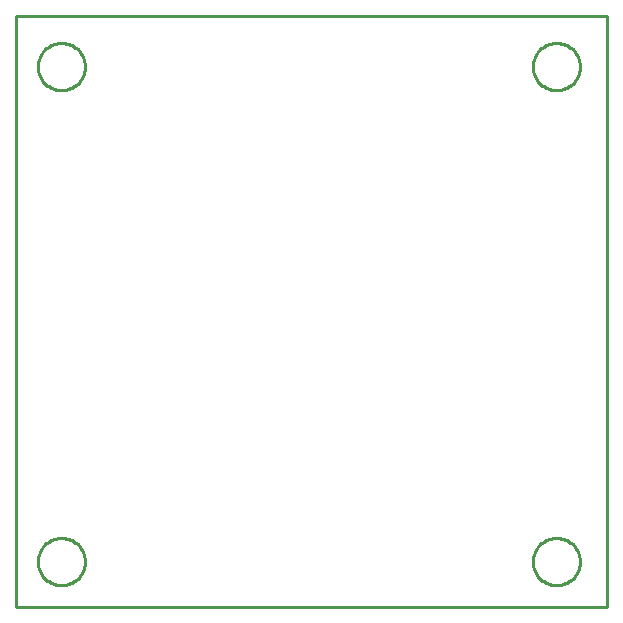
<source format=gbr>
G04 EAGLE Gerber X2 export*
%TF.Part,Single*%
%TF.FileFunction,Profile,NP*%
%TF.FilePolarity,Positive*%
%TF.GenerationSoftware,Autodesk,EAGLE,8.6.3*%
%TF.CreationDate,2019-07-23T16:48:33Z*%
G75*
%MOMM*%
%FSLAX34Y34*%
%LPD*%
%AMOC8*
5,1,8,0,0,1.08239X$1,22.5*%
G01*
%ADD10C,0.254000*%


D10*
X0Y0D02*
X500000Y0D01*
X500000Y500000D01*
X0Y500000D01*
X0Y0D01*
X58100Y456596D02*
X58027Y455389D01*
X57881Y454189D01*
X57663Y453000D01*
X57374Y451827D01*
X57015Y450673D01*
X56586Y449543D01*
X56090Y448441D01*
X55528Y447370D01*
X54903Y446336D01*
X54216Y445341D01*
X53471Y444390D01*
X52669Y443485D01*
X51815Y442631D01*
X50910Y441829D01*
X49959Y441084D01*
X48964Y440397D01*
X47930Y439772D01*
X46859Y439210D01*
X45757Y438714D01*
X44627Y438285D01*
X43473Y437926D01*
X42300Y437637D01*
X41111Y437419D01*
X39911Y437273D01*
X38704Y437200D01*
X37496Y437200D01*
X36289Y437273D01*
X35089Y437419D01*
X33900Y437637D01*
X32727Y437926D01*
X31573Y438285D01*
X30443Y438714D01*
X29341Y439210D01*
X28270Y439772D01*
X27236Y440397D01*
X26241Y441084D01*
X25290Y441829D01*
X24385Y442631D01*
X23531Y443485D01*
X22729Y444390D01*
X21984Y445341D01*
X21297Y446336D01*
X20672Y447370D01*
X20110Y448441D01*
X19614Y449543D01*
X19185Y450673D01*
X18826Y451827D01*
X18537Y453000D01*
X18319Y454189D01*
X18173Y455389D01*
X18100Y456596D01*
X18100Y457804D01*
X18173Y459011D01*
X18319Y460211D01*
X18537Y461400D01*
X18826Y462573D01*
X19185Y463727D01*
X19614Y464857D01*
X20110Y465959D01*
X20672Y467030D01*
X21297Y468064D01*
X21984Y469059D01*
X22729Y470010D01*
X23531Y470915D01*
X24385Y471769D01*
X25290Y472571D01*
X26241Y473316D01*
X27236Y474003D01*
X28270Y474628D01*
X29341Y475190D01*
X30443Y475686D01*
X31573Y476115D01*
X32727Y476474D01*
X33900Y476763D01*
X35089Y476981D01*
X36289Y477127D01*
X37496Y477200D01*
X38704Y477200D01*
X39911Y477127D01*
X41111Y476981D01*
X42300Y476763D01*
X43473Y476474D01*
X44627Y476115D01*
X45757Y475686D01*
X46859Y475190D01*
X47930Y474628D01*
X48964Y474003D01*
X49959Y473316D01*
X50910Y472571D01*
X51815Y471769D01*
X52669Y470915D01*
X53471Y470010D01*
X54216Y469059D01*
X54903Y468064D01*
X55528Y467030D01*
X56090Y465959D01*
X56586Y464857D01*
X57015Y463727D01*
X57374Y462573D01*
X57663Y461400D01*
X57881Y460211D01*
X58027Y459011D01*
X58100Y457804D01*
X58100Y456596D01*
X477200Y456596D02*
X477127Y455389D01*
X476981Y454189D01*
X476763Y453000D01*
X476474Y451827D01*
X476115Y450673D01*
X475686Y449543D01*
X475190Y448441D01*
X474628Y447370D01*
X474003Y446336D01*
X473316Y445341D01*
X472571Y444390D01*
X471769Y443485D01*
X470915Y442631D01*
X470010Y441829D01*
X469059Y441084D01*
X468064Y440397D01*
X467030Y439772D01*
X465959Y439210D01*
X464857Y438714D01*
X463727Y438285D01*
X462573Y437926D01*
X461400Y437637D01*
X460211Y437419D01*
X459011Y437273D01*
X457804Y437200D01*
X456596Y437200D01*
X455389Y437273D01*
X454189Y437419D01*
X453000Y437637D01*
X451827Y437926D01*
X450673Y438285D01*
X449543Y438714D01*
X448441Y439210D01*
X447370Y439772D01*
X446336Y440397D01*
X445341Y441084D01*
X444390Y441829D01*
X443485Y442631D01*
X442631Y443485D01*
X441829Y444390D01*
X441084Y445341D01*
X440397Y446336D01*
X439772Y447370D01*
X439210Y448441D01*
X438714Y449543D01*
X438285Y450673D01*
X437926Y451827D01*
X437637Y453000D01*
X437419Y454189D01*
X437273Y455389D01*
X437200Y456596D01*
X437200Y457804D01*
X437273Y459011D01*
X437419Y460211D01*
X437637Y461400D01*
X437926Y462573D01*
X438285Y463727D01*
X438714Y464857D01*
X439210Y465959D01*
X439772Y467030D01*
X440397Y468064D01*
X441084Y469059D01*
X441829Y470010D01*
X442631Y470915D01*
X443485Y471769D01*
X444390Y472571D01*
X445341Y473316D01*
X446336Y474003D01*
X447370Y474628D01*
X448441Y475190D01*
X449543Y475686D01*
X450673Y476115D01*
X451827Y476474D01*
X453000Y476763D01*
X454189Y476981D01*
X455389Y477127D01*
X456596Y477200D01*
X457804Y477200D01*
X459011Y477127D01*
X460211Y476981D01*
X461400Y476763D01*
X462573Y476474D01*
X463727Y476115D01*
X464857Y475686D01*
X465959Y475190D01*
X467030Y474628D01*
X468064Y474003D01*
X469059Y473316D01*
X470010Y472571D01*
X470915Y471769D01*
X471769Y470915D01*
X472571Y470010D01*
X473316Y469059D01*
X474003Y468064D01*
X474628Y467030D01*
X475190Y465959D01*
X475686Y464857D01*
X476115Y463727D01*
X476474Y462573D01*
X476763Y461400D01*
X476981Y460211D01*
X477127Y459011D01*
X477200Y457804D01*
X477200Y456596D01*
X58100Y37496D02*
X58027Y36289D01*
X57881Y35089D01*
X57663Y33900D01*
X57374Y32727D01*
X57015Y31573D01*
X56586Y30443D01*
X56090Y29341D01*
X55528Y28270D01*
X54903Y27236D01*
X54216Y26241D01*
X53471Y25290D01*
X52669Y24385D01*
X51815Y23531D01*
X50910Y22729D01*
X49959Y21984D01*
X48964Y21297D01*
X47930Y20672D01*
X46859Y20110D01*
X45757Y19614D01*
X44627Y19185D01*
X43473Y18826D01*
X42300Y18537D01*
X41111Y18319D01*
X39911Y18173D01*
X38704Y18100D01*
X37496Y18100D01*
X36289Y18173D01*
X35089Y18319D01*
X33900Y18537D01*
X32727Y18826D01*
X31573Y19185D01*
X30443Y19614D01*
X29341Y20110D01*
X28270Y20672D01*
X27236Y21297D01*
X26241Y21984D01*
X25290Y22729D01*
X24385Y23531D01*
X23531Y24385D01*
X22729Y25290D01*
X21984Y26241D01*
X21297Y27236D01*
X20672Y28270D01*
X20110Y29341D01*
X19614Y30443D01*
X19185Y31573D01*
X18826Y32727D01*
X18537Y33900D01*
X18319Y35089D01*
X18173Y36289D01*
X18100Y37496D01*
X18100Y38704D01*
X18173Y39911D01*
X18319Y41111D01*
X18537Y42300D01*
X18826Y43473D01*
X19185Y44627D01*
X19614Y45757D01*
X20110Y46859D01*
X20672Y47930D01*
X21297Y48964D01*
X21984Y49959D01*
X22729Y50910D01*
X23531Y51815D01*
X24385Y52669D01*
X25290Y53471D01*
X26241Y54216D01*
X27236Y54903D01*
X28270Y55528D01*
X29341Y56090D01*
X30443Y56586D01*
X31573Y57015D01*
X32727Y57374D01*
X33900Y57663D01*
X35089Y57881D01*
X36289Y58027D01*
X37496Y58100D01*
X38704Y58100D01*
X39911Y58027D01*
X41111Y57881D01*
X42300Y57663D01*
X43473Y57374D01*
X44627Y57015D01*
X45757Y56586D01*
X46859Y56090D01*
X47930Y55528D01*
X48964Y54903D01*
X49959Y54216D01*
X50910Y53471D01*
X51815Y52669D01*
X52669Y51815D01*
X53471Y50910D01*
X54216Y49959D01*
X54903Y48964D01*
X55528Y47930D01*
X56090Y46859D01*
X56586Y45757D01*
X57015Y44627D01*
X57374Y43473D01*
X57663Y42300D01*
X57881Y41111D01*
X58027Y39911D01*
X58100Y38704D01*
X58100Y37496D01*
X477200Y37496D02*
X477127Y36289D01*
X476981Y35089D01*
X476763Y33900D01*
X476474Y32727D01*
X476115Y31573D01*
X475686Y30443D01*
X475190Y29341D01*
X474628Y28270D01*
X474003Y27236D01*
X473316Y26241D01*
X472571Y25290D01*
X471769Y24385D01*
X470915Y23531D01*
X470010Y22729D01*
X469059Y21984D01*
X468064Y21297D01*
X467030Y20672D01*
X465959Y20110D01*
X464857Y19614D01*
X463727Y19185D01*
X462573Y18826D01*
X461400Y18537D01*
X460211Y18319D01*
X459011Y18173D01*
X457804Y18100D01*
X456596Y18100D01*
X455389Y18173D01*
X454189Y18319D01*
X453000Y18537D01*
X451827Y18826D01*
X450673Y19185D01*
X449543Y19614D01*
X448441Y20110D01*
X447370Y20672D01*
X446336Y21297D01*
X445341Y21984D01*
X444390Y22729D01*
X443485Y23531D01*
X442631Y24385D01*
X441829Y25290D01*
X441084Y26241D01*
X440397Y27236D01*
X439772Y28270D01*
X439210Y29341D01*
X438714Y30443D01*
X438285Y31573D01*
X437926Y32727D01*
X437637Y33900D01*
X437419Y35089D01*
X437273Y36289D01*
X437200Y37496D01*
X437200Y38704D01*
X437273Y39911D01*
X437419Y41111D01*
X437637Y42300D01*
X437926Y43473D01*
X438285Y44627D01*
X438714Y45757D01*
X439210Y46859D01*
X439772Y47930D01*
X440397Y48964D01*
X441084Y49959D01*
X441829Y50910D01*
X442631Y51815D01*
X443485Y52669D01*
X444390Y53471D01*
X445341Y54216D01*
X446336Y54903D01*
X447370Y55528D01*
X448441Y56090D01*
X449543Y56586D01*
X450673Y57015D01*
X451827Y57374D01*
X453000Y57663D01*
X454189Y57881D01*
X455389Y58027D01*
X456596Y58100D01*
X457804Y58100D01*
X459011Y58027D01*
X460211Y57881D01*
X461400Y57663D01*
X462573Y57374D01*
X463727Y57015D01*
X464857Y56586D01*
X465959Y56090D01*
X467030Y55528D01*
X468064Y54903D01*
X469059Y54216D01*
X470010Y53471D01*
X470915Y52669D01*
X471769Y51815D01*
X472571Y50910D01*
X473316Y49959D01*
X474003Y48964D01*
X474628Y47930D01*
X475190Y46859D01*
X475686Y45757D01*
X476115Y44627D01*
X476474Y43473D01*
X476763Y42300D01*
X476981Y41111D01*
X477127Y39911D01*
X477200Y38704D01*
X477200Y37496D01*
X58100Y456596D02*
X58027Y455389D01*
X57881Y454189D01*
X57663Y453000D01*
X57374Y451827D01*
X57015Y450673D01*
X56586Y449543D01*
X56090Y448441D01*
X55528Y447370D01*
X54903Y446336D01*
X54216Y445341D01*
X53471Y444390D01*
X52669Y443485D01*
X51815Y442631D01*
X50910Y441829D01*
X49959Y441084D01*
X48964Y440397D01*
X47930Y439772D01*
X46859Y439210D01*
X45757Y438714D01*
X44627Y438285D01*
X43473Y437926D01*
X42300Y437637D01*
X41111Y437419D01*
X39911Y437273D01*
X38704Y437200D01*
X37496Y437200D01*
X36289Y437273D01*
X35089Y437419D01*
X33900Y437637D01*
X32727Y437926D01*
X31573Y438285D01*
X30443Y438714D01*
X29341Y439210D01*
X28270Y439772D01*
X27236Y440397D01*
X26241Y441084D01*
X25290Y441829D01*
X24385Y442631D01*
X23531Y443485D01*
X22729Y444390D01*
X21984Y445341D01*
X21297Y446336D01*
X20672Y447370D01*
X20110Y448441D01*
X19614Y449543D01*
X19185Y450673D01*
X18826Y451827D01*
X18537Y453000D01*
X18319Y454189D01*
X18173Y455389D01*
X18100Y456596D01*
X18100Y457804D01*
X18173Y459011D01*
X18319Y460211D01*
X18537Y461400D01*
X18826Y462573D01*
X19185Y463727D01*
X19614Y464857D01*
X20110Y465959D01*
X20672Y467030D01*
X21297Y468064D01*
X21984Y469059D01*
X22729Y470010D01*
X23531Y470915D01*
X24385Y471769D01*
X25290Y472571D01*
X26241Y473316D01*
X27236Y474003D01*
X28270Y474628D01*
X29341Y475190D01*
X30443Y475686D01*
X31573Y476115D01*
X32727Y476474D01*
X33900Y476763D01*
X35089Y476981D01*
X36289Y477127D01*
X37496Y477200D01*
X38704Y477200D01*
X39911Y477127D01*
X41111Y476981D01*
X42300Y476763D01*
X43473Y476474D01*
X44627Y476115D01*
X45757Y475686D01*
X46859Y475190D01*
X47930Y474628D01*
X48964Y474003D01*
X49959Y473316D01*
X50910Y472571D01*
X51815Y471769D01*
X52669Y470915D01*
X53471Y470010D01*
X54216Y469059D01*
X54903Y468064D01*
X55528Y467030D01*
X56090Y465959D01*
X56586Y464857D01*
X57015Y463727D01*
X57374Y462573D01*
X57663Y461400D01*
X57881Y460211D01*
X58027Y459011D01*
X58100Y457804D01*
X58100Y456596D01*
X477200Y456596D02*
X477127Y455389D01*
X476981Y454189D01*
X476763Y453000D01*
X476474Y451827D01*
X476115Y450673D01*
X475686Y449543D01*
X475190Y448441D01*
X474628Y447370D01*
X474003Y446336D01*
X473316Y445341D01*
X472571Y444390D01*
X471769Y443485D01*
X470915Y442631D01*
X470010Y441829D01*
X469059Y441084D01*
X468064Y440397D01*
X467030Y439772D01*
X465959Y439210D01*
X464857Y438714D01*
X463727Y438285D01*
X462573Y437926D01*
X461400Y437637D01*
X460211Y437419D01*
X459011Y437273D01*
X457804Y437200D01*
X456596Y437200D01*
X455389Y437273D01*
X454189Y437419D01*
X453000Y437637D01*
X451827Y437926D01*
X450673Y438285D01*
X449543Y438714D01*
X448441Y439210D01*
X447370Y439772D01*
X446336Y440397D01*
X445341Y441084D01*
X444390Y441829D01*
X443485Y442631D01*
X442631Y443485D01*
X441829Y444390D01*
X441084Y445341D01*
X440397Y446336D01*
X439772Y447370D01*
X439210Y448441D01*
X438714Y449543D01*
X438285Y450673D01*
X437926Y451827D01*
X437637Y453000D01*
X437419Y454189D01*
X437273Y455389D01*
X437200Y456596D01*
X437200Y457804D01*
X437273Y459011D01*
X437419Y460211D01*
X437637Y461400D01*
X437926Y462573D01*
X438285Y463727D01*
X438714Y464857D01*
X439210Y465959D01*
X439772Y467030D01*
X440397Y468064D01*
X441084Y469059D01*
X441829Y470010D01*
X442631Y470915D01*
X443485Y471769D01*
X444390Y472571D01*
X445341Y473316D01*
X446336Y474003D01*
X447370Y474628D01*
X448441Y475190D01*
X449543Y475686D01*
X450673Y476115D01*
X451827Y476474D01*
X453000Y476763D01*
X454189Y476981D01*
X455389Y477127D01*
X456596Y477200D01*
X457804Y477200D01*
X459011Y477127D01*
X460211Y476981D01*
X461400Y476763D01*
X462573Y476474D01*
X463727Y476115D01*
X464857Y475686D01*
X465959Y475190D01*
X467030Y474628D01*
X468064Y474003D01*
X469059Y473316D01*
X470010Y472571D01*
X470915Y471769D01*
X471769Y470915D01*
X472571Y470010D01*
X473316Y469059D01*
X474003Y468064D01*
X474628Y467030D01*
X475190Y465959D01*
X475686Y464857D01*
X476115Y463727D01*
X476474Y462573D01*
X476763Y461400D01*
X476981Y460211D01*
X477127Y459011D01*
X477200Y457804D01*
X477200Y456596D01*
X58100Y37496D02*
X58027Y36289D01*
X57881Y35089D01*
X57663Y33900D01*
X57374Y32727D01*
X57015Y31573D01*
X56586Y30443D01*
X56090Y29341D01*
X55528Y28270D01*
X54903Y27236D01*
X54216Y26241D01*
X53471Y25290D01*
X52669Y24385D01*
X51815Y23531D01*
X50910Y22729D01*
X49959Y21984D01*
X48964Y21297D01*
X47930Y20672D01*
X46859Y20110D01*
X45757Y19614D01*
X44627Y19185D01*
X43473Y18826D01*
X42300Y18537D01*
X41111Y18319D01*
X39911Y18173D01*
X38704Y18100D01*
X37496Y18100D01*
X36289Y18173D01*
X35089Y18319D01*
X33900Y18537D01*
X32727Y18826D01*
X31573Y19185D01*
X30443Y19614D01*
X29341Y20110D01*
X28270Y20672D01*
X27236Y21297D01*
X26241Y21984D01*
X25290Y22729D01*
X24385Y23531D01*
X23531Y24385D01*
X22729Y25290D01*
X21984Y26241D01*
X21297Y27236D01*
X20672Y28270D01*
X20110Y29341D01*
X19614Y30443D01*
X19185Y31573D01*
X18826Y32727D01*
X18537Y33900D01*
X18319Y35089D01*
X18173Y36289D01*
X18100Y37496D01*
X18100Y38704D01*
X18173Y39911D01*
X18319Y41111D01*
X18537Y42300D01*
X18826Y43473D01*
X19185Y44627D01*
X19614Y45757D01*
X20110Y46859D01*
X20672Y47930D01*
X21297Y48964D01*
X21984Y49959D01*
X22729Y50910D01*
X23531Y51815D01*
X24385Y52669D01*
X25290Y53471D01*
X26241Y54216D01*
X27236Y54903D01*
X28270Y55528D01*
X29341Y56090D01*
X30443Y56586D01*
X31573Y57015D01*
X32727Y57374D01*
X33900Y57663D01*
X35089Y57881D01*
X36289Y58027D01*
X37496Y58100D01*
X38704Y58100D01*
X39911Y58027D01*
X41111Y57881D01*
X42300Y57663D01*
X43473Y57374D01*
X44627Y57015D01*
X45757Y56586D01*
X46859Y56090D01*
X47930Y55528D01*
X48964Y54903D01*
X49959Y54216D01*
X50910Y53471D01*
X51815Y52669D01*
X52669Y51815D01*
X53471Y50910D01*
X54216Y49959D01*
X54903Y48964D01*
X55528Y47930D01*
X56090Y46859D01*
X56586Y45757D01*
X57015Y44627D01*
X57374Y43473D01*
X57663Y42300D01*
X57881Y41111D01*
X58027Y39911D01*
X58100Y38704D01*
X58100Y37496D01*
X477200Y37496D02*
X477127Y36289D01*
X476981Y35089D01*
X476763Y33900D01*
X476474Y32727D01*
X476115Y31573D01*
X475686Y30443D01*
X475190Y29341D01*
X474628Y28270D01*
X474003Y27236D01*
X473316Y26241D01*
X472571Y25290D01*
X471769Y24385D01*
X470915Y23531D01*
X470010Y22729D01*
X469059Y21984D01*
X468064Y21297D01*
X467030Y20672D01*
X465959Y20110D01*
X464857Y19614D01*
X463727Y19185D01*
X462573Y18826D01*
X461400Y18537D01*
X460211Y18319D01*
X459011Y18173D01*
X457804Y18100D01*
X456596Y18100D01*
X455389Y18173D01*
X454189Y18319D01*
X453000Y18537D01*
X451827Y18826D01*
X450673Y19185D01*
X449543Y19614D01*
X448441Y20110D01*
X447370Y20672D01*
X446336Y21297D01*
X445341Y21984D01*
X444390Y22729D01*
X443485Y23531D01*
X442631Y24385D01*
X441829Y25290D01*
X441084Y26241D01*
X440397Y27236D01*
X439772Y28270D01*
X439210Y29341D01*
X438714Y30443D01*
X438285Y31573D01*
X437926Y32727D01*
X437637Y33900D01*
X437419Y35089D01*
X437273Y36289D01*
X437200Y37496D01*
X437200Y38704D01*
X437273Y39911D01*
X437419Y41111D01*
X437637Y42300D01*
X437926Y43473D01*
X438285Y44627D01*
X438714Y45757D01*
X439210Y46859D01*
X439772Y47930D01*
X440397Y48964D01*
X441084Y49959D01*
X441829Y50910D01*
X442631Y51815D01*
X443485Y52669D01*
X444390Y53471D01*
X445341Y54216D01*
X446336Y54903D01*
X447370Y55528D01*
X448441Y56090D01*
X449543Y56586D01*
X450673Y57015D01*
X451827Y57374D01*
X453000Y57663D01*
X454189Y57881D01*
X455389Y58027D01*
X456596Y58100D01*
X457804Y58100D01*
X459011Y58027D01*
X460211Y57881D01*
X461400Y57663D01*
X462573Y57374D01*
X463727Y57015D01*
X464857Y56586D01*
X465959Y56090D01*
X467030Y55528D01*
X468064Y54903D01*
X469059Y54216D01*
X470010Y53471D01*
X470915Y52669D01*
X471769Y51815D01*
X472571Y50910D01*
X473316Y49959D01*
X474003Y48964D01*
X474628Y47930D01*
X475190Y46859D01*
X475686Y45757D01*
X476115Y44627D01*
X476474Y43473D01*
X476763Y42300D01*
X476981Y41111D01*
X477127Y39911D01*
X477200Y38704D01*
X477200Y37496D01*
M02*

</source>
